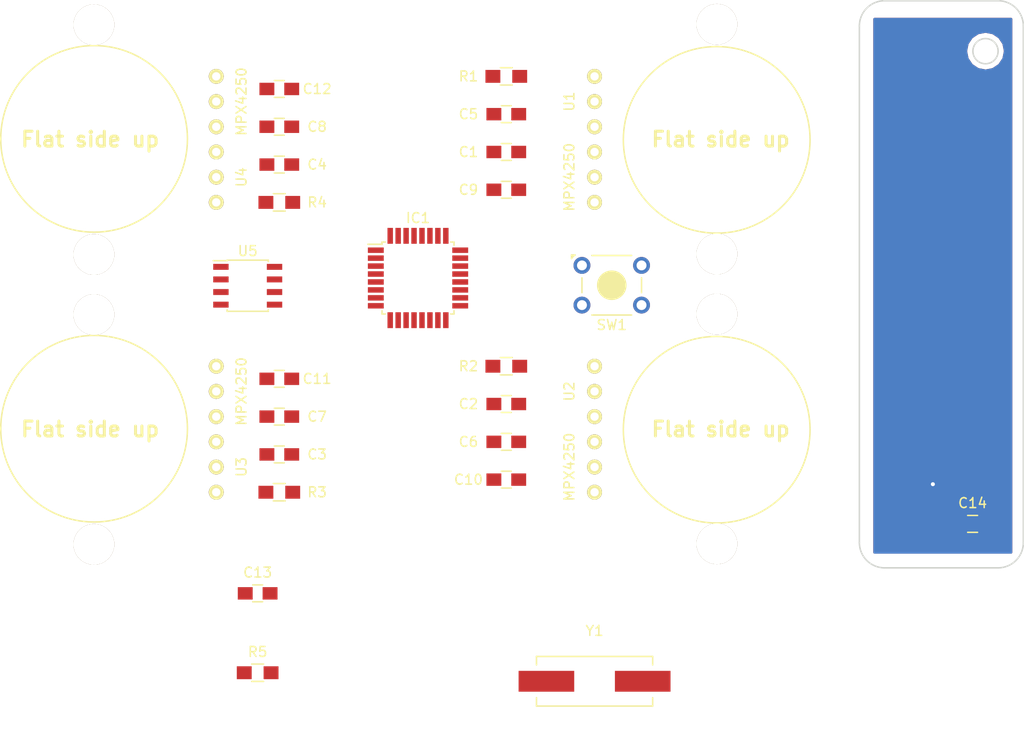
<source format=kicad_pcb>
(kicad_pcb (version 4) (host pcbnew 4.0.5)

  (general
    (links 60)
    (no_connects 60)
    (area 228.524999 81.204999 245.185001 138.505001)
    (thickness 1.6)
    (drawings 13)
    (tracks 1)
    (zones 0)
    (modules 27)
    (nets 35)
  )

  (page A4)
  (layers
    (0 F.Cu signal)
    (31 B.Cu signal)
    (32 B.Adhes user)
    (33 F.Adhes user)
    (34 B.Paste user)
    (35 F.Paste user)
    (36 B.SilkS user)
    (37 F.SilkS user)
    (38 B.Mask user)
    (39 F.Mask user)
    (40 Dwgs.User user)
    (41 Cmts.User user)
    (42 Eco1.User user)
    (43 Eco2.User user)
    (44 Edge.Cuts user)
    (45 Margin user)
    (46 B.CrtYd user)
    (47 F.CrtYd user)
    (48 B.Fab user)
    (49 F.Fab user)
  )

  (setup
    (last_trace_width 0.25)
    (trace_clearance 0.2)
    (zone_clearance 0.508)
    (zone_45_only no)
    (trace_min 0.2)
    (segment_width 0.2)
    (edge_width 0.15)
    (via_size 0.6)
    (via_drill 0.4)
    (via_min_size 0.4)
    (via_min_drill 0.3)
    (uvia_size 0.3)
    (uvia_drill 0.1)
    (uvias_allowed no)
    (uvia_min_size 0.2)
    (uvia_min_drill 0.1)
    (pcb_text_width 0.3)
    (pcb_text_size 1.5 1.5)
    (mod_edge_width 0.15)
    (mod_text_size 1 1)
    (mod_text_width 0.15)
    (pad_size 1.524 1.524)
    (pad_drill 0.762)
    (pad_to_mask_clearance 0.2)
    (aux_axis_origin 0 0)
    (visible_elements FFFEFF7F)
    (pcbplotparams
      (layerselection 0x00030_80000001)
      (usegerberextensions false)
      (excludeedgelayer true)
      (linewidth 0.100000)
      (plotframeref false)
      (viasonmask false)
      (mode 1)
      (useauxorigin false)
      (hpglpennumber 1)
      (hpglpenspeed 20)
      (hpglpendiameter 15)
      (hpglpenoverlay 2)
      (psnegative false)
      (psa4output false)
      (plotreference true)
      (plotvalue true)
      (plotinvisibletext false)
      (padsonsilk false)
      (subtractmaskfromsilk false)
      (outputformat 1)
      (mirror false)
      (drillshape 1)
      (scaleselection 1)
      (outputdirectory ""))
  )

  (net 0 "")
  (net 1 +5V)
  (net 2 GND)
  (net 3 MAP1)
  (net 4 MAP2)
  (net 5 MAP3)
  (net 6 MAP4)
  (net 7 "Net-(IC1-Pad1)")
  (net 8 "Net-(IC1-Pad2)")
  (net 9 "Net-(IC1-Pad9)")
  (net 10 "Net-(IC1-Pad10)")
  (net 11 "Net-(IC1-Pad11)")
  (net 12 "Net-(IC1-Pad12)")
  (net 13 "Net-(IC1-Pad13)")
  (net 14 "Net-(IC1-Pad16)")
  (net 15 "Net-(IC1-Pad18)")
  (net 16 "Net-(IC1-Pad19)")
  (net 17 "Net-(IC1-Pad20)")
  (net 18 "Net-(IC1-Pad22)")
  (net 19 "Net-(IC1-Pad27)")
  (net 20 "Net-(IC1-Pad28)")
  (net 21 "Net-(IC1-Pad29)")
  (net 22 "Net-(IC1-Pad30)")
  (net 23 "Net-(IC1-Pad31)")
  (net 24 "Net-(IC1-Pad32)")
  (net 25 "Net-(R1-Pad2)")
  (net 26 "Net-(R2-Pad2)")
  (net 27 "Net-(R3-Pad2)")
  (net 28 "Net-(R4-Pad2)")
  (net 29 "Net-(C13-Pad2)")
  (net 30 "Net-(C14-Pad2)")
  (net 31 DAC_SS)
  (net 32 DAC_Serial)
  (net 33 SCK)
  (net 34 "Net-(U5-Pad8)")

  (net_class Default "This is the default net class."
    (clearance 0.2)
    (trace_width 0.25)
    (via_dia 0.6)
    (via_drill 0.4)
    (uvia_dia 0.3)
    (uvia_drill 0.1)
    (add_net +5V)
    (add_net DAC_SS)
    (add_net DAC_Serial)
    (add_net GND)
    (add_net MAP1)
    (add_net MAP2)
    (add_net MAP3)
    (add_net MAP4)
    (add_net "Net-(C13-Pad2)")
    (add_net "Net-(C14-Pad2)")
    (add_net "Net-(IC1-Pad1)")
    (add_net "Net-(IC1-Pad10)")
    (add_net "Net-(IC1-Pad11)")
    (add_net "Net-(IC1-Pad12)")
    (add_net "Net-(IC1-Pad13)")
    (add_net "Net-(IC1-Pad16)")
    (add_net "Net-(IC1-Pad18)")
    (add_net "Net-(IC1-Pad19)")
    (add_net "Net-(IC1-Pad2)")
    (add_net "Net-(IC1-Pad20)")
    (add_net "Net-(IC1-Pad22)")
    (add_net "Net-(IC1-Pad27)")
    (add_net "Net-(IC1-Pad28)")
    (add_net "Net-(IC1-Pad29)")
    (add_net "Net-(IC1-Pad30)")
    (add_net "Net-(IC1-Pad31)")
    (add_net "Net-(IC1-Pad32)")
    (add_net "Net-(IC1-Pad9)")
    (add_net "Net-(R1-Pad2)")
    (add_net "Net-(R2-Pad2)")
    (add_net "Net-(R3-Pad2)")
    (add_net "Net-(R4-Pad2)")
    (add_net "Net-(U5-Pad8)")
    (add_net SCK)
  )

  (module Capacitors_SMD:C_0805_HandSoldering (layer F.Cu) (tedit 5A52D5C8) (tstamp 5A5A353F)
    (at 193.04 96.52)
    (descr "Capacitor SMD 0805, hand soldering")
    (tags "capacitor 0805")
    (path /5A52C37B/5A52CB3C)
    (attr smd)
    (fp_text reference C1 (at -3.81 0) (layer F.SilkS)
      (effects (font (size 1 1) (thickness 0.15)))
    )
    (fp_text value C1uF (at 0 2.1) (layer F.Fab)
      (effects (font (size 1 1) (thickness 0.15)))
    )
    (fp_line (start -1 0.625) (end -1 -0.625) (layer F.Fab) (width 0.15))
    (fp_line (start 1 0.625) (end -1 0.625) (layer F.Fab) (width 0.15))
    (fp_line (start 1 -0.625) (end 1 0.625) (layer F.Fab) (width 0.15))
    (fp_line (start -1 -0.625) (end 1 -0.625) (layer F.Fab) (width 0.15))
    (fp_line (start -2.3 -1) (end 2.3 -1) (layer F.CrtYd) (width 0.05))
    (fp_line (start -2.3 1) (end 2.3 1) (layer F.CrtYd) (width 0.05))
    (fp_line (start -2.3 -1) (end -2.3 1) (layer F.CrtYd) (width 0.05))
    (fp_line (start 2.3 -1) (end 2.3 1) (layer F.CrtYd) (width 0.05))
    (fp_line (start 0.5 -0.85) (end -0.5 -0.85) (layer F.SilkS) (width 0.15))
    (fp_line (start -0.5 0.85) (end 0.5 0.85) (layer F.SilkS) (width 0.15))
    (pad 1 smd rect (at -1.25 0) (size 1.5 1.25) (layers F.Cu F.Paste F.Mask)
      (net 1 +5V))
    (pad 2 smd rect (at 1.25 0) (size 1.5 1.25) (layers F.Cu F.Paste F.Mask)
      (net 2 GND))
    (model Capacitors_SMD.3dshapes/C_0805_HandSoldering.wrl
      (at (xyz 0 0 0))
      (scale (xyz 1 1 1))
      (rotate (xyz 0 0 0))
    )
  )

  (module Capacitors_SMD:C_0805_HandSoldering (layer F.Cu) (tedit 5A52D5EE) (tstamp 5A5A354F)
    (at 193.04 121.92)
    (descr "Capacitor SMD 0805, hand soldering")
    (tags "capacitor 0805")
    (path /5A52C37B/5A52CB35)
    (attr smd)
    (fp_text reference C2 (at -3.81 0) (layer F.SilkS)
      (effects (font (size 1 1) (thickness 0.15)))
    )
    (fp_text value C1uF (at 0 2.1) (layer F.Fab)
      (effects (font (size 1 1) (thickness 0.15)))
    )
    (fp_line (start -1 0.625) (end -1 -0.625) (layer F.Fab) (width 0.15))
    (fp_line (start 1 0.625) (end -1 0.625) (layer F.Fab) (width 0.15))
    (fp_line (start 1 -0.625) (end 1 0.625) (layer F.Fab) (width 0.15))
    (fp_line (start -1 -0.625) (end 1 -0.625) (layer F.Fab) (width 0.15))
    (fp_line (start -2.3 -1) (end 2.3 -1) (layer F.CrtYd) (width 0.05))
    (fp_line (start -2.3 1) (end 2.3 1) (layer F.CrtYd) (width 0.05))
    (fp_line (start -2.3 -1) (end -2.3 1) (layer F.CrtYd) (width 0.05))
    (fp_line (start 2.3 -1) (end 2.3 1) (layer F.CrtYd) (width 0.05))
    (fp_line (start 0.5 -0.85) (end -0.5 -0.85) (layer F.SilkS) (width 0.15))
    (fp_line (start -0.5 0.85) (end 0.5 0.85) (layer F.SilkS) (width 0.15))
    (pad 1 smd rect (at -1.25 0) (size 1.5 1.25) (layers F.Cu F.Paste F.Mask)
      (net 1 +5V))
    (pad 2 smd rect (at 1.25 0) (size 1.5 1.25) (layers F.Cu F.Paste F.Mask)
      (net 2 GND))
    (model Capacitors_SMD.3dshapes/C_0805_HandSoldering.wrl
      (at (xyz 0 0 0))
      (scale (xyz 1 1 1))
      (rotate (xyz 0 0 0))
    )
  )

  (module Capacitors_SMD:C_0805_HandSoldering (layer F.Cu) (tedit 5A52D664) (tstamp 5A5A355F)
    (at 170.18 127)
    (descr "Capacitor SMD 0805, hand soldering")
    (tags "capacitor 0805")
    (path /5A52C37B/5A52CB43)
    (attr smd)
    (fp_text reference C3 (at 3.81 0) (layer F.SilkS)
      (effects (font (size 1 1) (thickness 0.15)))
    )
    (fp_text value C1uF (at 0 2.1) (layer F.Fab)
      (effects (font (size 1 1) (thickness 0.15)))
    )
    (fp_line (start -1 0.625) (end -1 -0.625) (layer F.Fab) (width 0.15))
    (fp_line (start 1 0.625) (end -1 0.625) (layer F.Fab) (width 0.15))
    (fp_line (start 1 -0.625) (end 1 0.625) (layer F.Fab) (width 0.15))
    (fp_line (start -1 -0.625) (end 1 -0.625) (layer F.Fab) (width 0.15))
    (fp_line (start -2.3 -1) (end 2.3 -1) (layer F.CrtYd) (width 0.05))
    (fp_line (start -2.3 1) (end 2.3 1) (layer F.CrtYd) (width 0.05))
    (fp_line (start -2.3 -1) (end -2.3 1) (layer F.CrtYd) (width 0.05))
    (fp_line (start 2.3 -1) (end 2.3 1) (layer F.CrtYd) (width 0.05))
    (fp_line (start 0.5 -0.85) (end -0.5 -0.85) (layer F.SilkS) (width 0.15))
    (fp_line (start -0.5 0.85) (end 0.5 0.85) (layer F.SilkS) (width 0.15))
    (pad 1 smd rect (at -1.25 0) (size 1.5 1.25) (layers F.Cu F.Paste F.Mask)
      (net 1 +5V))
    (pad 2 smd rect (at 1.25 0) (size 1.5 1.25) (layers F.Cu F.Paste F.Mask)
      (net 2 GND))
    (model Capacitors_SMD.3dshapes/C_0805_HandSoldering.wrl
      (at (xyz 0 0 0))
      (scale (xyz 1 1 1))
      (rotate (xyz 0 0 0))
    )
  )

  (module Capacitors_SMD:C_0805_HandSoldering (layer F.Cu) (tedit 5A52D6B3) (tstamp 5A5A356F)
    (at 170.18 97.79)
    (descr "Capacitor SMD 0805, hand soldering")
    (tags "capacitor 0805")
    (path /5A52C37B/5A52CB4A)
    (attr smd)
    (fp_text reference C4 (at 3.81 0) (layer F.SilkS)
      (effects (font (size 1 1) (thickness 0.15)))
    )
    (fp_text value C1uF (at 0 2.1) (layer F.Fab)
      (effects (font (size 1 1) (thickness 0.15)))
    )
    (fp_line (start -1 0.625) (end -1 -0.625) (layer F.Fab) (width 0.15))
    (fp_line (start 1 0.625) (end -1 0.625) (layer F.Fab) (width 0.15))
    (fp_line (start 1 -0.625) (end 1 0.625) (layer F.Fab) (width 0.15))
    (fp_line (start -1 -0.625) (end 1 -0.625) (layer F.Fab) (width 0.15))
    (fp_line (start -2.3 -1) (end 2.3 -1) (layer F.CrtYd) (width 0.05))
    (fp_line (start -2.3 1) (end 2.3 1) (layer F.CrtYd) (width 0.05))
    (fp_line (start -2.3 -1) (end -2.3 1) (layer F.CrtYd) (width 0.05))
    (fp_line (start 2.3 -1) (end 2.3 1) (layer F.CrtYd) (width 0.05))
    (fp_line (start 0.5 -0.85) (end -0.5 -0.85) (layer F.SilkS) (width 0.15))
    (fp_line (start -0.5 0.85) (end 0.5 0.85) (layer F.SilkS) (width 0.15))
    (pad 1 smd rect (at -1.25 0) (size 1.5 1.25) (layers F.Cu F.Paste F.Mask)
      (net 1 +5V))
    (pad 2 smd rect (at 1.25 0) (size 1.5 1.25) (layers F.Cu F.Paste F.Mask)
      (net 2 GND))
    (model Capacitors_SMD.3dshapes/C_0805_HandSoldering.wrl
      (at (xyz 0 0 0))
      (scale (xyz 1 1 1))
      (rotate (xyz 0 0 0))
    )
  )

  (module Capacitors_SMD:C_0805_HandSoldering (layer F.Cu) (tedit 5A52D5BF) (tstamp 5A5A357F)
    (at 193.04 92.71)
    (descr "Capacitor SMD 0805, hand soldering")
    (tags "capacitor 0805")
    (path /5A52C37B/5A52CB3D)
    (attr smd)
    (fp_text reference C5 (at -3.81 0) (layer F.SilkS)
      (effects (font (size 1 1) (thickness 0.15)))
    )
    (fp_text value C0.01uF (at 0 2.1) (layer F.Fab)
      (effects (font (size 1 1) (thickness 0.15)))
    )
    (fp_line (start -1 0.625) (end -1 -0.625) (layer F.Fab) (width 0.15))
    (fp_line (start 1 0.625) (end -1 0.625) (layer F.Fab) (width 0.15))
    (fp_line (start 1 -0.625) (end 1 0.625) (layer F.Fab) (width 0.15))
    (fp_line (start -1 -0.625) (end 1 -0.625) (layer F.Fab) (width 0.15))
    (fp_line (start -2.3 -1) (end 2.3 -1) (layer F.CrtYd) (width 0.05))
    (fp_line (start -2.3 1) (end 2.3 1) (layer F.CrtYd) (width 0.05))
    (fp_line (start -2.3 -1) (end -2.3 1) (layer F.CrtYd) (width 0.05))
    (fp_line (start 2.3 -1) (end 2.3 1) (layer F.CrtYd) (width 0.05))
    (fp_line (start 0.5 -0.85) (end -0.5 -0.85) (layer F.SilkS) (width 0.15))
    (fp_line (start -0.5 0.85) (end 0.5 0.85) (layer F.SilkS) (width 0.15))
    (pad 1 smd rect (at -1.25 0) (size 1.5 1.25) (layers F.Cu F.Paste F.Mask)
      (net 1 +5V))
    (pad 2 smd rect (at 1.25 0) (size 1.5 1.25) (layers F.Cu F.Paste F.Mask)
      (net 2 GND))
    (model Capacitors_SMD.3dshapes/C_0805_HandSoldering.wrl
      (at (xyz 0 0 0))
      (scale (xyz 1 1 1))
      (rotate (xyz 0 0 0))
    )
  )

  (module Capacitors_SMD:C_0805_HandSoldering (layer F.Cu) (tedit 5A52D601) (tstamp 5A5A358F)
    (at 193.04 125.73)
    (descr "Capacitor SMD 0805, hand soldering")
    (tags "capacitor 0805")
    (path /5A52C37B/5A52CB36)
    (attr smd)
    (fp_text reference C6 (at -3.81 0) (layer F.SilkS)
      (effects (font (size 1 1) (thickness 0.15)))
    )
    (fp_text value C0.01uF (at 0 2.1) (layer F.Fab)
      (effects (font (size 1 1) (thickness 0.15)))
    )
    (fp_line (start -1 0.625) (end -1 -0.625) (layer F.Fab) (width 0.15))
    (fp_line (start 1 0.625) (end -1 0.625) (layer F.Fab) (width 0.15))
    (fp_line (start 1 -0.625) (end 1 0.625) (layer F.Fab) (width 0.15))
    (fp_line (start -1 -0.625) (end 1 -0.625) (layer F.Fab) (width 0.15))
    (fp_line (start -2.3 -1) (end 2.3 -1) (layer F.CrtYd) (width 0.05))
    (fp_line (start -2.3 1) (end 2.3 1) (layer F.CrtYd) (width 0.05))
    (fp_line (start -2.3 -1) (end -2.3 1) (layer F.CrtYd) (width 0.05))
    (fp_line (start 2.3 -1) (end 2.3 1) (layer F.CrtYd) (width 0.05))
    (fp_line (start 0.5 -0.85) (end -0.5 -0.85) (layer F.SilkS) (width 0.15))
    (fp_line (start -0.5 0.85) (end 0.5 0.85) (layer F.SilkS) (width 0.15))
    (pad 1 smd rect (at -1.25 0) (size 1.5 1.25) (layers F.Cu F.Paste F.Mask)
      (net 1 +5V))
    (pad 2 smd rect (at 1.25 0) (size 1.5 1.25) (layers F.Cu F.Paste F.Mask)
      (net 2 GND))
    (model Capacitors_SMD.3dshapes/C_0805_HandSoldering.wrl
      (at (xyz 0 0 0))
      (scale (xyz 1 1 1))
      (rotate (xyz 0 0 0))
    )
  )

  (module Capacitors_SMD:C_0805_HandSoldering (layer F.Cu) (tedit 5A52D675) (tstamp 5A5A359F)
    (at 170.18 123.19)
    (descr "Capacitor SMD 0805, hand soldering")
    (tags "capacitor 0805")
    (path /5A52C37B/5A52CB44)
    (attr smd)
    (fp_text reference C7 (at 3.81 0) (layer F.SilkS)
      (effects (font (size 1 1) (thickness 0.15)))
    )
    (fp_text value C0.01uF (at 0 2.1) (layer F.Fab)
      (effects (font (size 1 1) (thickness 0.15)))
    )
    (fp_line (start -1 0.625) (end -1 -0.625) (layer F.Fab) (width 0.15))
    (fp_line (start 1 0.625) (end -1 0.625) (layer F.Fab) (width 0.15))
    (fp_line (start 1 -0.625) (end 1 0.625) (layer F.Fab) (width 0.15))
    (fp_line (start -1 -0.625) (end 1 -0.625) (layer F.Fab) (width 0.15))
    (fp_line (start -2.3 -1) (end 2.3 -1) (layer F.CrtYd) (width 0.05))
    (fp_line (start -2.3 1) (end 2.3 1) (layer F.CrtYd) (width 0.05))
    (fp_line (start -2.3 -1) (end -2.3 1) (layer F.CrtYd) (width 0.05))
    (fp_line (start 2.3 -1) (end 2.3 1) (layer F.CrtYd) (width 0.05))
    (fp_line (start 0.5 -0.85) (end -0.5 -0.85) (layer F.SilkS) (width 0.15))
    (fp_line (start -0.5 0.85) (end 0.5 0.85) (layer F.SilkS) (width 0.15))
    (pad 1 smd rect (at -1.25 0) (size 1.5 1.25) (layers F.Cu F.Paste F.Mask)
      (net 1 +5V))
    (pad 2 smd rect (at 1.25 0) (size 1.5 1.25) (layers F.Cu F.Paste F.Mask)
      (net 2 GND))
    (model Capacitors_SMD.3dshapes/C_0805_HandSoldering.wrl
      (at (xyz 0 0 0))
      (scale (xyz 1 1 1))
      (rotate (xyz 0 0 0))
    )
  )

  (module Capacitors_SMD:C_0805_HandSoldering (layer F.Cu) (tedit 5A52D6BE) (tstamp 5A5A35AF)
    (at 170.18 93.98)
    (descr "Capacitor SMD 0805, hand soldering")
    (tags "capacitor 0805")
    (path /5A52C37B/5A52CB4B)
    (attr smd)
    (fp_text reference C8 (at 3.81 0) (layer F.SilkS)
      (effects (font (size 1 1) (thickness 0.15)))
    )
    (fp_text value C0.01uF (at 0 2.1) (layer F.Fab)
      (effects (font (size 1 1) (thickness 0.15)))
    )
    (fp_line (start -1 0.625) (end -1 -0.625) (layer F.Fab) (width 0.15))
    (fp_line (start 1 0.625) (end -1 0.625) (layer F.Fab) (width 0.15))
    (fp_line (start 1 -0.625) (end 1 0.625) (layer F.Fab) (width 0.15))
    (fp_line (start -1 -0.625) (end 1 -0.625) (layer F.Fab) (width 0.15))
    (fp_line (start -2.3 -1) (end 2.3 -1) (layer F.CrtYd) (width 0.05))
    (fp_line (start -2.3 1) (end 2.3 1) (layer F.CrtYd) (width 0.05))
    (fp_line (start -2.3 -1) (end -2.3 1) (layer F.CrtYd) (width 0.05))
    (fp_line (start 2.3 -1) (end 2.3 1) (layer F.CrtYd) (width 0.05))
    (fp_line (start 0.5 -0.85) (end -0.5 -0.85) (layer F.SilkS) (width 0.15))
    (fp_line (start -0.5 0.85) (end 0.5 0.85) (layer F.SilkS) (width 0.15))
    (pad 1 smd rect (at -1.25 0) (size 1.5 1.25) (layers F.Cu F.Paste F.Mask)
      (net 1 +5V))
    (pad 2 smd rect (at 1.25 0) (size 1.5 1.25) (layers F.Cu F.Paste F.Mask)
      (net 2 GND))
    (model Capacitors_SMD.3dshapes/C_0805_HandSoldering.wrl
      (at (xyz 0 0 0))
      (scale (xyz 1 1 1))
      (rotate (xyz 0 0 0))
    )
  )

  (module Capacitors_SMD:C_0805_HandSoldering (layer F.Cu) (tedit 5A52D5CF) (tstamp 5A5A35BF)
    (at 193.04 100.33)
    (descr "Capacitor SMD 0805, hand soldering")
    (tags "capacitor 0805")
    (path /5A52C37B/5A52CB3A)
    (attr smd)
    (fp_text reference C9 (at -3.81 0) (layer F.SilkS)
      (effects (font (size 1 1) (thickness 0.15)))
    )
    (fp_text value C0.3uF (at 0 2.1) (layer F.Fab)
      (effects (font (size 1 1) (thickness 0.15)))
    )
    (fp_line (start -1 0.625) (end -1 -0.625) (layer F.Fab) (width 0.15))
    (fp_line (start 1 0.625) (end -1 0.625) (layer F.Fab) (width 0.15))
    (fp_line (start 1 -0.625) (end 1 0.625) (layer F.Fab) (width 0.15))
    (fp_line (start -1 -0.625) (end 1 -0.625) (layer F.Fab) (width 0.15))
    (fp_line (start -2.3 -1) (end 2.3 -1) (layer F.CrtYd) (width 0.05))
    (fp_line (start -2.3 1) (end 2.3 1) (layer F.CrtYd) (width 0.05))
    (fp_line (start -2.3 -1) (end -2.3 1) (layer F.CrtYd) (width 0.05))
    (fp_line (start 2.3 -1) (end 2.3 1) (layer F.CrtYd) (width 0.05))
    (fp_line (start 0.5 -0.85) (end -0.5 -0.85) (layer F.SilkS) (width 0.15))
    (fp_line (start -0.5 0.85) (end 0.5 0.85) (layer F.SilkS) (width 0.15))
    (pad 1 smd rect (at -1.25 0) (size 1.5 1.25) (layers F.Cu F.Paste F.Mask)
      (net 3 MAP1))
    (pad 2 smd rect (at 1.25 0) (size 1.5 1.25) (layers F.Cu F.Paste F.Mask)
      (net 2 GND))
    (model Capacitors_SMD.3dshapes/C_0805_HandSoldering.wrl
      (at (xyz 0 0 0))
      (scale (xyz 1 1 1))
      (rotate (xyz 0 0 0))
    )
  )

  (module Capacitors_SMD:C_0805_HandSoldering (layer F.Cu) (tedit 5A52D608) (tstamp 5A5A35CF)
    (at 193.04 129.54)
    (descr "Capacitor SMD 0805, hand soldering")
    (tags "capacitor 0805")
    (path /5A52C37B/5A52CB33)
    (attr smd)
    (fp_text reference C10 (at -3.81 0) (layer F.SilkS)
      (effects (font (size 1 1) (thickness 0.15)))
    )
    (fp_text value C0.3uF (at 0 2.1) (layer F.Fab)
      (effects (font (size 1 1) (thickness 0.15)))
    )
    (fp_line (start -1 0.625) (end -1 -0.625) (layer F.Fab) (width 0.15))
    (fp_line (start 1 0.625) (end -1 0.625) (layer F.Fab) (width 0.15))
    (fp_line (start 1 -0.625) (end 1 0.625) (layer F.Fab) (width 0.15))
    (fp_line (start -1 -0.625) (end 1 -0.625) (layer F.Fab) (width 0.15))
    (fp_line (start -2.3 -1) (end 2.3 -1) (layer F.CrtYd) (width 0.05))
    (fp_line (start -2.3 1) (end 2.3 1) (layer F.CrtYd) (width 0.05))
    (fp_line (start -2.3 -1) (end -2.3 1) (layer F.CrtYd) (width 0.05))
    (fp_line (start 2.3 -1) (end 2.3 1) (layer F.CrtYd) (width 0.05))
    (fp_line (start 0.5 -0.85) (end -0.5 -0.85) (layer F.SilkS) (width 0.15))
    (fp_line (start -0.5 0.85) (end 0.5 0.85) (layer F.SilkS) (width 0.15))
    (pad 1 smd rect (at -1.25 0) (size 1.5 1.25) (layers F.Cu F.Paste F.Mask)
      (net 4 MAP2))
    (pad 2 smd rect (at 1.25 0) (size 1.5 1.25) (layers F.Cu F.Paste F.Mask)
      (net 2 GND))
    (model Capacitors_SMD.3dshapes/C_0805_HandSoldering.wrl
      (at (xyz 0 0 0))
      (scale (xyz 1 1 1))
      (rotate (xyz 0 0 0))
    )
  )

  (module Capacitors_SMD:C_0805_HandSoldering (layer F.Cu) (tedit 5A52D657) (tstamp 5A5A35DF)
    (at 170.18 119.38)
    (descr "Capacitor SMD 0805, hand soldering")
    (tags "capacitor 0805")
    (path /5A52C37B/5A52CB41)
    (attr smd)
    (fp_text reference C11 (at 3.81 0) (layer F.SilkS)
      (effects (font (size 1 1) (thickness 0.15)))
    )
    (fp_text value C0.3uF (at 0 2.1) (layer F.Fab)
      (effects (font (size 1 1) (thickness 0.15)))
    )
    (fp_line (start -1 0.625) (end -1 -0.625) (layer F.Fab) (width 0.15))
    (fp_line (start 1 0.625) (end -1 0.625) (layer F.Fab) (width 0.15))
    (fp_line (start 1 -0.625) (end 1 0.625) (layer F.Fab) (width 0.15))
    (fp_line (start -1 -0.625) (end 1 -0.625) (layer F.Fab) (width 0.15))
    (fp_line (start -2.3 -1) (end 2.3 -1) (layer F.CrtYd) (width 0.05))
    (fp_line (start -2.3 1) (end 2.3 1) (layer F.CrtYd) (width 0.05))
    (fp_line (start -2.3 -1) (end -2.3 1) (layer F.CrtYd) (width 0.05))
    (fp_line (start 2.3 -1) (end 2.3 1) (layer F.CrtYd) (width 0.05))
    (fp_line (start 0.5 -0.85) (end -0.5 -0.85) (layer F.SilkS) (width 0.15))
    (fp_line (start -0.5 0.85) (end 0.5 0.85) (layer F.SilkS) (width 0.15))
    (pad 1 smd rect (at -1.25 0) (size 1.5 1.25) (layers F.Cu F.Paste F.Mask)
      (net 5 MAP3))
    (pad 2 smd rect (at 1.25 0) (size 1.5 1.25) (layers F.Cu F.Paste F.Mask)
      (net 2 GND))
    (model Capacitors_SMD.3dshapes/C_0805_HandSoldering.wrl
      (at (xyz 0 0 0))
      (scale (xyz 1 1 1))
      (rotate (xyz 0 0 0))
    )
  )

  (module Capacitors_SMD:C_0805_HandSoldering (layer F.Cu) (tedit 5A52D6C4) (tstamp 5A5A35EF)
    (at 170.18 90.17)
    (descr "Capacitor SMD 0805, hand soldering")
    (tags "capacitor 0805")
    (path /5A52C37B/5A52CB48)
    (attr smd)
    (fp_text reference C12 (at 3.81 0) (layer F.SilkS)
      (effects (font (size 1 1) (thickness 0.15)))
    )
    (fp_text value C0.3uF (at 0 2.1) (layer F.Fab)
      (effects (font (size 1 1) (thickness 0.15)))
    )
    (fp_line (start -1 0.625) (end -1 -0.625) (layer F.Fab) (width 0.15))
    (fp_line (start 1 0.625) (end -1 0.625) (layer F.Fab) (width 0.15))
    (fp_line (start 1 -0.625) (end 1 0.625) (layer F.Fab) (width 0.15))
    (fp_line (start -1 -0.625) (end 1 -0.625) (layer F.Fab) (width 0.15))
    (fp_line (start -2.3 -1) (end 2.3 -1) (layer F.CrtYd) (width 0.05))
    (fp_line (start -2.3 1) (end 2.3 1) (layer F.CrtYd) (width 0.05))
    (fp_line (start -2.3 -1) (end -2.3 1) (layer F.CrtYd) (width 0.05))
    (fp_line (start 2.3 -1) (end 2.3 1) (layer F.CrtYd) (width 0.05))
    (fp_line (start 0.5 -0.85) (end -0.5 -0.85) (layer F.SilkS) (width 0.15))
    (fp_line (start -0.5 0.85) (end 0.5 0.85) (layer F.SilkS) (width 0.15))
    (pad 1 smd rect (at -1.25 0) (size 1.5 1.25) (layers F.Cu F.Paste F.Mask)
      (net 6 MAP4))
    (pad 2 smd rect (at 1.25 0) (size 1.5 1.25) (layers F.Cu F.Paste F.Mask)
      (net 2 GND))
    (model Capacitors_SMD.3dshapes/C_0805_HandSoldering.wrl
      (at (xyz 0 0 0))
      (scale (xyz 1 1 1))
      (rotate (xyz 0 0 0))
    )
  )

  (module Housings_QFP:TQFP-32_7x7mm_Pitch0.8mm (layer F.Cu) (tedit 54130A77) (tstamp 5A5A3626)
    (at 184.15 109.22)
    (descr "32-Lead Plastic Thin Quad Flatpack (PT) - 7x7x1.0 mm Body, 2.00 mm [TQFP] (see Microchip Packaging Specification 00000049BS.pdf)")
    (tags "QFP 0.8")
    (path /5A51EF33)
    (attr smd)
    (fp_text reference IC1 (at 0 -6.05) (layer F.SilkS)
      (effects (font (size 1 1) (thickness 0.15)))
    )
    (fp_text value ATMEGA328-A (at 0 6.05) (layer F.Fab)
      (effects (font (size 1 1) (thickness 0.15)))
    )
    (fp_text user %R (at 0 0) (layer F.Fab)
      (effects (font (size 1 1) (thickness 0.15)))
    )
    (fp_line (start -2.5 -3.5) (end 3.5 -3.5) (layer F.Fab) (width 0.15))
    (fp_line (start 3.5 -3.5) (end 3.5 3.5) (layer F.Fab) (width 0.15))
    (fp_line (start 3.5 3.5) (end -3.5 3.5) (layer F.Fab) (width 0.15))
    (fp_line (start -3.5 3.5) (end -3.5 -2.5) (layer F.Fab) (width 0.15))
    (fp_line (start -3.5 -2.5) (end -2.5 -3.5) (layer F.Fab) (width 0.15))
    (fp_line (start -5.3 -5.3) (end -5.3 5.3) (layer F.CrtYd) (width 0.05))
    (fp_line (start 5.3 -5.3) (end 5.3 5.3) (layer F.CrtYd) (width 0.05))
    (fp_line (start -5.3 -5.3) (end 5.3 -5.3) (layer F.CrtYd) (width 0.05))
    (fp_line (start -5.3 5.3) (end 5.3 5.3) (layer F.CrtYd) (width 0.05))
    (fp_line (start -3.625 -3.625) (end -3.625 -3.4) (layer F.SilkS) (width 0.15))
    (fp_line (start 3.625 -3.625) (end 3.625 -3.3) (layer F.SilkS) (width 0.15))
    (fp_line (start 3.625 3.625) (end 3.625 3.3) (layer F.SilkS) (width 0.15))
    (fp_line (start -3.625 3.625) (end -3.625 3.3) (layer F.SilkS) (width 0.15))
    (fp_line (start -3.625 -3.625) (end -3.3 -3.625) (layer F.SilkS) (width 0.15))
    (fp_line (start -3.625 3.625) (end -3.3 3.625) (layer F.SilkS) (width 0.15))
    (fp_line (start 3.625 3.625) (end 3.3 3.625) (layer F.SilkS) (width 0.15))
    (fp_line (start 3.625 -3.625) (end 3.3 -3.625) (layer F.SilkS) (width 0.15))
    (fp_line (start -3.625 -3.4) (end -5.05 -3.4) (layer F.SilkS) (width 0.15))
    (pad 1 smd rect (at -4.25 -2.8) (size 1.6 0.55) (layers F.Cu F.Paste F.Mask)
      (net 7 "Net-(IC1-Pad1)"))
    (pad 2 smd rect (at -4.25 -2) (size 1.6 0.55) (layers F.Cu F.Paste F.Mask)
      (net 8 "Net-(IC1-Pad2)"))
    (pad 3 smd rect (at -4.25 -1.2) (size 1.6 0.55) (layers F.Cu F.Paste F.Mask)
      (net 2 GND))
    (pad 4 smd rect (at -4.25 -0.4) (size 1.6 0.55) (layers F.Cu F.Paste F.Mask)
      (net 1 +5V))
    (pad 5 smd rect (at -4.25 0.4) (size 1.6 0.55) (layers F.Cu F.Paste F.Mask)
      (net 2 GND))
    (pad 6 smd rect (at -4.25 1.2) (size 1.6 0.55) (layers F.Cu F.Paste F.Mask)
      (net 1 +5V))
    (pad 7 smd rect (at -4.25 2) (size 1.6 0.55) (layers F.Cu F.Paste F.Mask)
      (net 29 "Net-(C13-Pad2)"))
    (pad 8 smd rect (at -4.25 2.8) (size 1.6 0.55) (layers F.Cu F.Paste F.Mask)
      (net 30 "Net-(C14-Pad2)"))
    (pad 9 smd rect (at -2.8 4.25 90) (size 1.6 0.55) (layers F.Cu F.Paste F.Mask)
      (net 9 "Net-(IC1-Pad9)"))
    (pad 10 smd rect (at -2 4.25 90) (size 1.6 0.55) (layers F.Cu F.Paste F.Mask)
      (net 10 "Net-(IC1-Pad10)"))
    (pad 11 smd rect (at -1.2 4.25 90) (size 1.6 0.55) (layers F.Cu F.Paste F.Mask)
      (net 11 "Net-(IC1-Pad11)"))
    (pad 12 smd rect (at -0.4 4.25 90) (size 1.6 0.55) (layers F.Cu F.Paste F.Mask)
      (net 12 "Net-(IC1-Pad12)"))
    (pad 13 smd rect (at 0.4 4.25 90) (size 1.6 0.55) (layers F.Cu F.Paste F.Mask)
      (net 13 "Net-(IC1-Pad13)"))
    (pad 14 smd rect (at 1.2 4.25 90) (size 1.6 0.55) (layers F.Cu F.Paste F.Mask)
      (net 31 DAC_SS))
    (pad 15 smd rect (at 2 4.25 90) (size 1.6 0.55) (layers F.Cu F.Paste F.Mask)
      (net 32 DAC_Serial))
    (pad 16 smd rect (at 2.8 4.25 90) (size 1.6 0.55) (layers F.Cu F.Paste F.Mask)
      (net 14 "Net-(IC1-Pad16)"))
    (pad 17 smd rect (at 4.25 2.8) (size 1.6 0.55) (layers F.Cu F.Paste F.Mask)
      (net 33 SCK))
    (pad 18 smd rect (at 4.25 2) (size 1.6 0.55) (layers F.Cu F.Paste F.Mask)
      (net 15 "Net-(IC1-Pad18)"))
    (pad 19 smd rect (at 4.25 1.2) (size 1.6 0.55) (layers F.Cu F.Paste F.Mask)
      (net 16 "Net-(IC1-Pad19)"))
    (pad 20 smd rect (at 4.25 0.4) (size 1.6 0.55) (layers F.Cu F.Paste F.Mask)
      (net 17 "Net-(IC1-Pad20)"))
    (pad 21 smd rect (at 4.25 -0.4) (size 1.6 0.55) (layers F.Cu F.Paste F.Mask)
      (net 2 GND))
    (pad 22 smd rect (at 4.25 -1.2) (size 1.6 0.55) (layers F.Cu F.Paste F.Mask)
      (net 18 "Net-(IC1-Pad22)"))
    (pad 23 smd rect (at 4.25 -2) (size 1.6 0.55) (layers F.Cu F.Paste F.Mask)
      (net 3 MAP1))
    (pad 24 smd rect (at 4.25 -2.8) (size 1.6 0.55) (layers F.Cu F.Paste F.Mask)
      (net 4 MAP2))
    (pad 25 smd rect (at 2.8 -4.25 90) (size 1.6 0.55) (layers F.Cu F.Paste F.Mask)
      (net 5 MAP3))
    (pad 26 smd rect (at 2 -4.25 90) (size 1.6 0.55) (layers F.Cu F.Paste F.Mask)
      (net 6 MAP4))
    (pad 27 smd rect (at 1.2 -4.25 90) (size 1.6 0.55) (layers F.Cu F.Paste F.Mask)
      (net 19 "Net-(IC1-Pad27)"))
    (pad 28 smd rect (at 0.4 -4.25 90) (size 1.6 0.55) (layers F.Cu F.Paste F.Mask)
      (net 20 "Net-(IC1-Pad28)"))
    (pad 29 smd rect (at -0.4 -4.25 90) (size 1.6 0.55) (layers F.Cu F.Paste F.Mask)
      (net 21 "Net-(IC1-Pad29)"))
    (pad 30 smd rect (at -1.2 -4.25 90) (size 1.6 0.55) (layers F.Cu F.Paste F.Mask)
      (net 22 "Net-(IC1-Pad30)"))
    (pad 31 smd rect (at -2 -4.25 90) (size 1.6 0.55) (layers F.Cu F.Paste F.Mask)
      (net 23 "Net-(IC1-Pad31)"))
    (pad 32 smd rect (at -2.8 -4.25 90) (size 1.6 0.55) (layers F.Cu F.Paste F.Mask)
      (net 24 "Net-(IC1-Pad32)"))
    (model Housings_QFP.3dshapes/TQFP-32_7x7mm_Pitch0.8mm.wrl
      (at (xyz 0 0 0))
      (scale (xyz 1 1 1))
      (rotate (xyz 0 0 0))
    )
  )

  (module Resistors_SMD:R_0805_HandSoldering (layer F.Cu) (tedit 5A52D5BC) (tstamp 5A5A3636)
    (at 193.04 88.9)
    (descr "Resistor SMD 0805, hand soldering")
    (tags "resistor 0805")
    (path /5A52C37B/5A52CB38)
    (attr smd)
    (fp_text reference R1 (at -3.81 0) (layer F.SilkS)
      (effects (font (size 1 1) (thickness 0.15)))
    )
    (fp_text value R750 (at 0 2.1) (layer F.Fab)
      (effects (font (size 1 1) (thickness 0.15)))
    )
    (fp_line (start -1 0.625) (end -1 -0.625) (layer F.Fab) (width 0.1))
    (fp_line (start 1 0.625) (end -1 0.625) (layer F.Fab) (width 0.1))
    (fp_line (start 1 -0.625) (end 1 0.625) (layer F.Fab) (width 0.1))
    (fp_line (start -1 -0.625) (end 1 -0.625) (layer F.Fab) (width 0.1))
    (fp_line (start -2.4 -1) (end 2.4 -1) (layer F.CrtYd) (width 0.05))
    (fp_line (start -2.4 1) (end 2.4 1) (layer F.CrtYd) (width 0.05))
    (fp_line (start -2.4 -1) (end -2.4 1) (layer F.CrtYd) (width 0.05))
    (fp_line (start 2.4 -1) (end 2.4 1) (layer F.CrtYd) (width 0.05))
    (fp_line (start 0.6 0.875) (end -0.6 0.875) (layer F.SilkS) (width 0.15))
    (fp_line (start -0.6 -0.875) (end 0.6 -0.875) (layer F.SilkS) (width 0.15))
    (pad 1 smd rect (at -1.35 0) (size 1.5 1.3) (layers F.Cu F.Paste F.Mask)
      (net 3 MAP1))
    (pad 2 smd rect (at 1.35 0) (size 1.5 1.3) (layers F.Cu F.Paste F.Mask)
      (net 25 "Net-(R1-Pad2)"))
    (model Resistors_SMD.3dshapes/R_0805_HandSoldering.wrl
      (at (xyz 0 0 0))
      (scale (xyz 1 1 1))
      (rotate (xyz 0 0 0))
    )
  )

  (module Resistors_SMD:R_0805_HandSoldering (layer F.Cu) (tedit 5A52D5F0) (tstamp 5A5A3646)
    (at 193.04 118.11)
    (descr "Resistor SMD 0805, hand soldering")
    (tags "resistor 0805")
    (path /5A52C37B/5A52CB31)
    (attr smd)
    (fp_text reference R2 (at -3.81 0) (layer F.SilkS)
      (effects (font (size 1 1) (thickness 0.15)))
    )
    (fp_text value R750 (at 0 2.1) (layer F.Fab)
      (effects (font (size 1 1) (thickness 0.15)))
    )
    (fp_line (start -1 0.625) (end -1 -0.625) (layer F.Fab) (width 0.1))
    (fp_line (start 1 0.625) (end -1 0.625) (layer F.Fab) (width 0.1))
    (fp_line (start 1 -0.625) (end 1 0.625) (layer F.Fab) (width 0.1))
    (fp_line (start -1 -0.625) (end 1 -0.625) (layer F.Fab) (width 0.1))
    (fp_line (start -2.4 -1) (end 2.4 -1) (layer F.CrtYd) (width 0.05))
    (fp_line (start -2.4 1) (end 2.4 1) (layer F.CrtYd) (width 0.05))
    (fp_line (start -2.4 -1) (end -2.4 1) (layer F.CrtYd) (width 0.05))
    (fp_line (start 2.4 -1) (end 2.4 1) (layer F.CrtYd) (width 0.05))
    (fp_line (start 0.6 0.875) (end -0.6 0.875) (layer F.SilkS) (width 0.15))
    (fp_line (start -0.6 -0.875) (end 0.6 -0.875) (layer F.SilkS) (width 0.15))
    (pad 1 smd rect (at -1.35 0) (size 1.5 1.3) (layers F.Cu F.Paste F.Mask)
      (net 4 MAP2))
    (pad 2 smd rect (at 1.35 0) (size 1.5 1.3) (layers F.Cu F.Paste F.Mask)
      (net 26 "Net-(R2-Pad2)"))
    (model Resistors_SMD.3dshapes/R_0805_HandSoldering.wrl
      (at (xyz 0 0 0))
      (scale (xyz 1 1 1))
      (rotate (xyz 0 0 0))
    )
  )

  (module Resistors_SMD:R_0805_HandSoldering (layer F.Cu) (tedit 5A52D65B) (tstamp 5A5A3656)
    (at 170.18 130.81)
    (descr "Resistor SMD 0805, hand soldering")
    (tags "resistor 0805")
    (path /5A52C37B/5A52CB3F)
    (attr smd)
    (fp_text reference R3 (at 3.81 0) (layer F.SilkS)
      (effects (font (size 1 1) (thickness 0.15)))
    )
    (fp_text value R750 (at 0 2.1) (layer F.Fab)
      (effects (font (size 1 1) (thickness 0.15)))
    )
    (fp_line (start -1 0.625) (end -1 -0.625) (layer F.Fab) (width 0.1))
    (fp_line (start 1 0.625) (end -1 0.625) (layer F.Fab) (width 0.1))
    (fp_line (start 1 -0.625) (end 1 0.625) (layer F.Fab) (width 0.1))
    (fp_line (start -1 -0.625) (end 1 -0.625) (layer F.Fab) (width 0.1))
    (fp_line (start -2.4 -1) (end 2.4 -1) (layer F.CrtYd) (width 0.05))
    (fp_line (start -2.4 1) (end 2.4 1) (layer F.CrtYd) (width 0.05))
    (fp_line (start -2.4 -1) (end -2.4 1) (layer F.CrtYd) (width 0.05))
    (fp_line (start 2.4 -1) (end 2.4 1) (layer F.CrtYd) (width 0.05))
    (fp_line (start 0.6 0.875) (end -0.6 0.875) (layer F.SilkS) (width 0.15))
    (fp_line (start -0.6 -0.875) (end 0.6 -0.875) (layer F.SilkS) (width 0.15))
    (pad 1 smd rect (at -1.35 0) (size 1.5 1.3) (layers F.Cu F.Paste F.Mask)
      (net 5 MAP3))
    (pad 2 smd rect (at 1.35 0) (size 1.5 1.3) (layers F.Cu F.Paste F.Mask)
      (net 27 "Net-(R3-Pad2)"))
    (model Resistors_SMD.3dshapes/R_0805_HandSoldering.wrl
      (at (xyz 0 0 0))
      (scale (xyz 1 1 1))
      (rotate (xyz 0 0 0))
    )
  )

  (module Resistors_SMD:R_0805_HandSoldering (layer F.Cu) (tedit 5A52D6B1) (tstamp 5A5A3666)
    (at 170.18 101.6)
    (descr "Resistor SMD 0805, hand soldering")
    (tags "resistor 0805")
    (path /5A52C37B/5A52CB46)
    (attr smd)
    (fp_text reference R4 (at 3.81 0) (layer F.SilkS)
      (effects (font (size 1 1) (thickness 0.15)))
    )
    (fp_text value R750 (at 0 2.1) (layer F.Fab)
      (effects (font (size 1 1) (thickness 0.15)))
    )
    (fp_line (start -1 0.625) (end -1 -0.625) (layer F.Fab) (width 0.1))
    (fp_line (start 1 0.625) (end -1 0.625) (layer F.Fab) (width 0.1))
    (fp_line (start 1 -0.625) (end 1 0.625) (layer F.Fab) (width 0.1))
    (fp_line (start -1 -0.625) (end 1 -0.625) (layer F.Fab) (width 0.1))
    (fp_line (start -2.4 -1) (end 2.4 -1) (layer F.CrtYd) (width 0.05))
    (fp_line (start -2.4 1) (end 2.4 1) (layer F.CrtYd) (width 0.05))
    (fp_line (start -2.4 -1) (end -2.4 1) (layer F.CrtYd) (width 0.05))
    (fp_line (start 2.4 -1) (end 2.4 1) (layer F.CrtYd) (width 0.05))
    (fp_line (start 0.6 0.875) (end -0.6 0.875) (layer F.SilkS) (width 0.15))
    (fp_line (start -0.6 -0.875) (end 0.6 -0.875) (layer F.SilkS) (width 0.15))
    (pad 1 smd rect (at -1.35 0) (size 1.5 1.3) (layers F.Cu F.Paste F.Mask)
      (net 6 MAP4))
    (pad 2 smd rect (at 1.35 0) (size 1.5 1.3) (layers F.Cu F.Paste F.Mask)
      (net 28 "Net-(R4-Pad2)"))
    (model Resistors_SMD.3dshapes/R_0805_HandSoldering.wrl
      (at (xyz 0 0 0))
      (scale (xyz 1 1 1))
      (rotate (xyz 0 0 0))
    )
  )

  (module MPX4250:MPX4250 (layer F.Cu) (tedit 55AD8302) (tstamp 5A5A3673)
    (at 201.93 88.9 270)
    (path /5A52C37B/5A52CB37)
    (fp_text reference U1 (at 2.54 2.54 270) (layer F.SilkS)
      (effects (font (size 1 1) (thickness 0.15)))
    )
    (fp_text value MPX4250 (at 10.16 2.54 270) (layer F.SilkS)
      (effects (font (size 1 1) (thickness 0.15)))
    )
    (fp_circle (center 6.4 -12.3) (end 10.2 -3.7) (layer F.SilkS) (width 0.15))
    (pad 1 thru_hole circle (at 0 0 270) (size 1.5 1.5) (drill 0.84) (layers *.Cu *.Mask F.SilkS)
      (net 25 "Net-(R1-Pad2)"))
    (pad 2 thru_hole circle (at 2.54 0 270) (size 1.5 1.5) (drill 0.84) (layers *.Cu *.Mask F.SilkS)
      (net 2 GND))
    (pad 3 thru_hole circle (at 5.08 0 270) (size 1.5 1.5) (drill 0.84) (layers *.Cu *.Mask F.SilkS)
      (net 1 +5V))
    (pad 4 thru_hole circle (at 7.62 0 270) (size 1.5 1.5) (drill 0.84) (layers *.Cu *.Mask F.SilkS))
    (pad 5 thru_hole circle (at 10.16 0 270) (size 1.5 1.5) (drill 0.84) (layers *.Cu *.Mask F.SilkS))
    (pad 6 thru_hole circle (at 12.7 0 270) (size 1.5 1.5) (drill 0.84) (layers *.Cu *.Mask F.SilkS))
    (pad ~ thru_hole circle (at 17.9 -12.32 270) (size 4.1 4.1) (drill 4.1) (layers *.Cu *.Mask F.SilkS))
    (pad ~ thru_hole circle (at -5.25 -12.32 270) (size 4.1 4.1) (drill 4.1) (layers *.Cu *.Mask F.SilkS))
  )

  (module MPX4250:MPX4250 (layer F.Cu) (tedit 55AD8302) (tstamp 5A5A3680)
    (at 201.93 118.11 270)
    (path /5A52C37B/5A52CB30)
    (fp_text reference U2 (at 2.54 2.54 270) (layer F.SilkS)
      (effects (font (size 1 1) (thickness 0.15)))
    )
    (fp_text value MPX4250 (at 10.16 2.54 270) (layer F.SilkS)
      (effects (font (size 1 1) (thickness 0.15)))
    )
    (fp_circle (center 6.4 -12.3) (end 10.2 -3.7) (layer F.SilkS) (width 0.15))
    (pad 1 thru_hole circle (at 0 0 270) (size 1.5 1.5) (drill 0.84) (layers *.Cu *.Mask F.SilkS)
      (net 26 "Net-(R2-Pad2)"))
    (pad 2 thru_hole circle (at 2.54 0 270) (size 1.5 1.5) (drill 0.84) (layers *.Cu *.Mask F.SilkS)
      (net 2 GND))
    (pad 3 thru_hole circle (at 5.08 0 270) (size 1.5 1.5) (drill 0.84) (layers *.Cu *.Mask F.SilkS)
      (net 1 +5V))
    (pad 4 thru_hole circle (at 7.62 0 270) (size 1.5 1.5) (drill 0.84) (layers *.Cu *.Mask F.SilkS))
    (pad 5 thru_hole circle (at 10.16 0 270) (size 1.5 1.5) (drill 0.84) (layers *.Cu *.Mask F.SilkS))
    (pad 6 thru_hole circle (at 12.7 0 270) (size 1.5 1.5) (drill 0.84) (layers *.Cu *.Mask F.SilkS))
    (pad ~ thru_hole circle (at 17.9 -12.32 270) (size 4.1 4.1) (drill 4.1) (layers *.Cu *.Mask F.SilkS))
    (pad ~ thru_hole circle (at -5.25 -12.32 270) (size 4.1 4.1) (drill 4.1) (layers *.Cu *.Mask F.SilkS))
  )

  (module MPX4250:MPX4250 (layer F.Cu) (tedit 55AD8302) (tstamp 5A5A368D)
    (at 163.83 130.81 90)
    (path /5A52C37B/5A52CB3E)
    (fp_text reference U3 (at 2.54 2.54 90) (layer F.SilkS)
      (effects (font (size 1 1) (thickness 0.15)))
    )
    (fp_text value MPX4250 (at 10.16 2.54 90) (layer F.SilkS)
      (effects (font (size 1 1) (thickness 0.15)))
    )
    (fp_circle (center 6.4 -12.3) (end 10.2 -3.7) (layer F.SilkS) (width 0.15))
    (pad 1 thru_hole circle (at 0 0 90) (size 1.5 1.5) (drill 0.84) (layers *.Cu *.Mask F.SilkS)
      (net 27 "Net-(R3-Pad2)"))
    (pad 2 thru_hole circle (at 2.54 0 90) (size 1.5 1.5) (drill 0.84) (layers *.Cu *.Mask F.SilkS)
      (net 2 GND))
    (pad 3 thru_hole circle (at 5.08 0 90) (size 1.5 1.5) (drill 0.84) (layers *.Cu *.Mask F.SilkS)
      (net 1 +5V))
    (pad 4 thru_hole circle (at 7.62 0 90) (size 1.5 1.5) (drill 0.84) (layers *.Cu *.Mask F.SilkS))
    (pad 5 thru_hole circle (at 10.16 0 90) (size 1.5 1.5) (drill 0.84) (layers *.Cu *.Mask F.SilkS))
    (pad 6 thru_hole circle (at 12.7 0 90) (size 1.5 1.5) (drill 0.84) (layers *.Cu *.Mask F.SilkS))
    (pad ~ thru_hole circle (at 17.9 -12.32 90) (size 4.1 4.1) (drill 4.1) (layers *.Cu *.Mask F.SilkS))
    (pad ~ thru_hole circle (at -5.25 -12.32 90) (size 4.1 4.1) (drill 4.1) (layers *.Cu *.Mask F.SilkS))
  )

  (module MPX4250:MPX4250 (layer F.Cu) (tedit 55AD8302) (tstamp 5A5A369A)
    (at 163.83 101.6 90)
    (path /5A52C37B/5A52CB45)
    (fp_text reference U4 (at 2.54 2.54 90) (layer F.SilkS)
      (effects (font (size 1 1) (thickness 0.15)))
    )
    (fp_text value MPX4250 (at 10.16 2.54 90) (layer F.SilkS)
      (effects (font (size 1 1) (thickness 0.15)))
    )
    (fp_circle (center 6.4 -12.3) (end 10.2 -3.7) (layer F.SilkS) (width 0.15))
    (pad 1 thru_hole circle (at 0 0 90) (size 1.5 1.5) (drill 0.84) (layers *.Cu *.Mask F.SilkS)
      (net 28 "Net-(R4-Pad2)"))
    (pad 2 thru_hole circle (at 2.54 0 90) (size 1.5 1.5) (drill 0.84) (layers *.Cu *.Mask F.SilkS)
      (net 2 GND))
    (pad 3 thru_hole circle (at 5.08 0 90) (size 1.5 1.5) (drill 0.84) (layers *.Cu *.Mask F.SilkS)
      (net 1 +5V))
    (pad 4 thru_hole circle (at 7.62 0 90) (size 1.5 1.5) (drill 0.84) (layers *.Cu *.Mask F.SilkS))
    (pad 5 thru_hole circle (at 10.16 0 90) (size 1.5 1.5) (drill 0.84) (layers *.Cu *.Mask F.SilkS))
    (pad 6 thru_hole circle (at 12.7 0 90) (size 1.5 1.5) (drill 0.84) (layers *.Cu *.Mask F.SilkS))
    (pad ~ thru_hole circle (at 17.9 -12.32 90) (size 4.1 4.1) (drill 4.1) (layers *.Cu *.Mask F.SilkS))
    (pad ~ thru_hole circle (at -5.25 -12.32 90) (size 4.1 4.1) (drill 4.1) (layers *.Cu *.Mask F.SilkS))
  )

  (module Capacitors_SMD:C_0805_HandSoldering (layer F.Cu) (tedit 541A9B8D) (tstamp 5A52D453)
    (at 168 141)
    (descr "Capacitor SMD 0805, hand soldering")
    (tags "capacitor 0805")
    (path /5A52D01C)
    (attr smd)
    (fp_text reference C13 (at 0 -2.1) (layer F.SilkS)
      (effects (font (size 1 1) (thickness 0.15)))
    )
    (fp_text value C22pF (at 0 2.1) (layer F.Fab)
      (effects (font (size 1 1) (thickness 0.15)))
    )
    (fp_line (start -1 0.625) (end -1 -0.625) (layer F.Fab) (width 0.15))
    (fp_line (start 1 0.625) (end -1 0.625) (layer F.Fab) (width 0.15))
    (fp_line (start 1 -0.625) (end 1 0.625) (layer F.Fab) (width 0.15))
    (fp_line (start -1 -0.625) (end 1 -0.625) (layer F.Fab) (width 0.15))
    (fp_line (start -2.3 -1) (end 2.3 -1) (layer F.CrtYd) (width 0.05))
    (fp_line (start -2.3 1) (end 2.3 1) (layer F.CrtYd) (width 0.05))
    (fp_line (start -2.3 -1) (end -2.3 1) (layer F.CrtYd) (width 0.05))
    (fp_line (start 2.3 -1) (end 2.3 1) (layer F.CrtYd) (width 0.05))
    (fp_line (start 0.5 -0.85) (end -0.5 -0.85) (layer F.SilkS) (width 0.15))
    (fp_line (start -0.5 0.85) (end 0.5 0.85) (layer F.SilkS) (width 0.15))
    (pad 1 smd rect (at -1.25 0) (size 1.5 1.25) (layers F.Cu F.Paste F.Mask)
      (net 2 GND))
    (pad 2 smd rect (at 1.25 0) (size 1.5 1.25) (layers F.Cu F.Paste F.Mask)
      (net 29 "Net-(C13-Pad2)"))
    (model Capacitors_SMD.3dshapes/C_0805_HandSoldering.wrl
      (at (xyz 0 0 0))
      (scale (xyz 1 1 1))
      (rotate (xyz 0 0 0))
    )
  )

  (module Capacitors_SMD:C_0805_HandSoldering (layer F.Cu) (tedit 541A9B8D) (tstamp 5A52D459)
    (at 240 134)
    (descr "Capacitor SMD 0805, hand soldering")
    (tags "capacitor 0805")
    (path /5A52D16E)
    (attr smd)
    (fp_text reference C14 (at 0 -2.1) (layer F.SilkS)
      (effects (font (size 1 1) (thickness 0.15)))
    )
    (fp_text value C22pF (at 0 2.1) (layer F.Fab)
      (effects (font (size 1 1) (thickness 0.15)))
    )
    (fp_line (start -1 0.625) (end -1 -0.625) (layer F.Fab) (width 0.15))
    (fp_line (start 1 0.625) (end -1 0.625) (layer F.Fab) (width 0.15))
    (fp_line (start 1 -0.625) (end 1 0.625) (layer F.Fab) (width 0.15))
    (fp_line (start -1 -0.625) (end 1 -0.625) (layer F.Fab) (width 0.15))
    (fp_line (start -2.3 -1) (end 2.3 -1) (layer F.CrtYd) (width 0.05))
    (fp_line (start -2.3 1) (end 2.3 1) (layer F.CrtYd) (width 0.05))
    (fp_line (start -2.3 -1) (end -2.3 1) (layer F.CrtYd) (width 0.05))
    (fp_line (start 2.3 -1) (end 2.3 1) (layer F.CrtYd) (width 0.05))
    (fp_line (start 0.5 -0.85) (end -0.5 -0.85) (layer F.SilkS) (width 0.15))
    (fp_line (start -0.5 0.85) (end 0.5 0.85) (layer F.SilkS) (width 0.15))
    (pad 1 smd rect (at -1.25 0) (size 1.5 1.25) (layers F.Cu F.Paste F.Mask)
      (net 2 GND))
    (pad 2 smd rect (at 1.25 0) (size 1.5 1.25) (layers F.Cu F.Paste F.Mask)
      (net 30 "Net-(C14-Pad2)"))
    (model Capacitors_SMD.3dshapes/C_0805_HandSoldering.wrl
      (at (xyz 0 0 0))
      (scale (xyz 1 1 1))
      (rotate (xyz 0 0 0))
    )
  )

  (module Resistors_SMD:R_0805_HandSoldering (layer F.Cu) (tedit 58307B90) (tstamp 5A52D45F)
    (at 168 149)
    (descr "Resistor SMD 0805, hand soldering")
    (tags "resistor 0805")
    (path /5A52D3DC)
    (attr smd)
    (fp_text reference R5 (at 0 -2.1) (layer F.SilkS)
      (effects (font (size 1 1) (thickness 0.15)))
    )
    (fp_text value R10k (at 0 2.1) (layer F.Fab)
      (effects (font (size 1 1) (thickness 0.15)))
    )
    (fp_line (start -1 0.625) (end -1 -0.625) (layer F.Fab) (width 0.1))
    (fp_line (start 1 0.625) (end -1 0.625) (layer F.Fab) (width 0.1))
    (fp_line (start 1 -0.625) (end 1 0.625) (layer F.Fab) (width 0.1))
    (fp_line (start -1 -0.625) (end 1 -0.625) (layer F.Fab) (width 0.1))
    (fp_line (start -2.4 -1) (end 2.4 -1) (layer F.CrtYd) (width 0.05))
    (fp_line (start -2.4 1) (end 2.4 1) (layer F.CrtYd) (width 0.05))
    (fp_line (start -2.4 -1) (end -2.4 1) (layer F.CrtYd) (width 0.05))
    (fp_line (start 2.4 -1) (end 2.4 1) (layer F.CrtYd) (width 0.05))
    (fp_line (start 0.6 0.875) (end -0.6 0.875) (layer F.SilkS) (width 0.15))
    (fp_line (start -0.6 -0.875) (end 0.6 -0.875) (layer F.SilkS) (width 0.15))
    (pad 1 smd rect (at -1.35 0) (size 1.5 1.3) (layers F.Cu F.Paste F.Mask)
      (net 1 +5V))
    (pad 2 smd rect (at 1.35 0) (size 1.5 1.3) (layers F.Cu F.Paste F.Mask)
      (net 21 "Net-(IC1-Pad29)"))
    (model Resistors_SMD.3dshapes/R_0805_HandSoldering.wrl
      (at (xyz 0 0 0))
      (scale (xyz 1 1 1))
      (rotate (xyz 0 0 0))
    )
  )

  (module Buttons_Switches_ThroughHole:SW_TH_Tactile_Omron_B3F-10xx (layer F.Cu) (tedit 563F14D4) (tstamp 5A52D467)
    (at 200.66 107.95)
    (descr SW_TH_Tactile_Omron_B3F-10xx)
    (tags "Omron B3F-10xx")
    (path /5A52D320)
    (fp_text reference SW1 (at 3 6) (layer F.SilkS)
      (effects (font (size 1 1) (thickness 0.15)))
    )
    (fp_text value SW_SPST (at 2.95 -2.05) (layer F.Fab)
      (effects (font (size 1 1) (thickness 0.15)))
    )
    (fp_line (start -0.95 -1) (end -0.95 -0.9) (layer F.SilkS) (width 0.15))
    (fp_line (start -1.05 -1.05) (end -0.7 -1.05) (layer F.SilkS) (width 0.15))
    (fp_arc (start 0 0) (end -1.05 -0.7) (angle 22.61986495) (layer F.SilkS) (width 0.15))
    (fp_line (start -1.05 -1.05) (end -1.05 -0.7) (layer F.SilkS) (width 0.15))
    (fp_line (start 7.15 -1.15) (end 0.45 -1.15) (layer F.CrtYd) (width 0.05))
    (fp_line (start 7.15 5.15) (end 7.15 -1.15) (layer F.CrtYd) (width 0.05))
    (fp_line (start -1.15 5.15) (end 7.15 5.15) (layer F.CrtYd) (width 0.05))
    (fp_line (start -1.15 0) (end -1.15 5.15) (layer F.CrtYd) (width 0.05))
    (fp_line (start -1.15 -1.15) (end 0.45 -1.15) (layer F.CrtYd) (width 0.05))
    (fp_line (start -1.15 0) (end -1.15 -1.15) (layer F.CrtYd) (width 0.05))
    (fp_circle (center 3 2) (end 4 3) (layer F.SilkS) (width 0.15))
    (fp_line (start 1 5) (end 5 5) (layer F.SilkS) (width 0.15))
    (fp_line (start 1 -1) (end 5 -1) (layer F.SilkS) (width 0.15))
    (fp_line (start 0 2.75) (end 0 1.25) (layer F.SilkS) (width 0.15))
    (fp_line (start 6 1.25) (end 6 2.75) (layer F.SilkS) (width 0.15))
    (fp_line (start 0 2) (end 0 2) (layer F.SilkS) (width 0))
    (fp_line (start 5 5) (end 1 5) (layer F.SilkS) (width 0))
    (fp_line (start 5 -1) (end 1 -1) (layer F.SilkS) (width 0))
    (fp_line (start 6 2) (end 6 2) (layer F.SilkS) (width 0))
    (fp_circle (center 3 2) (end 4 3) (layer F.SilkS) (width 0))
    (pad 4 thru_hole circle (at 6 4) (size 1.7 1.7) (drill 1) (layers *.Cu *.Mask))
    (pad 3 thru_hole circle (at 0 4) (size 1.7 1.7) (drill 1) (layers *.Cu *.Mask))
    (pad 2 thru_hole circle (at 6 0) (size 1.7 1.7) (drill 1) (layers *.Cu *.Mask)
      (net 2 GND))
    (pad 1 thru_hole circle (at 0 0) (size 1.7 1.7) (drill 1) (layers *.Cu *.Mask)
      (net 21 "Net-(IC1-Pad29)"))
  )

  (module Crystals:Crystal_HC49-SD_SMD (layer F.Cu) (tedit 0) (tstamp 5A52D46D)
    (at 201.93 149.86)
    (descr "Crystal Quarz HC49-SD SMD")
    (tags "Crystal Quarz HC49-SD SMD")
    (path /5A5261DD)
    (attr smd)
    (fp_text reference Y1 (at 0 -5.08) (layer F.SilkS)
      (effects (font (size 1 1) (thickness 0.15)))
    )
    (fp_text value Crystal (at 2.54 5.08) (layer F.Fab)
      (effects (font (size 1 1) (thickness 0.15)))
    )
    (fp_circle (center 0 0) (end 0.8509 0) (layer F.Adhes) (width 0.381))
    (fp_circle (center 0 0) (end 0.50038 0) (layer F.Adhes) (width 0.381))
    (fp_circle (center 0 0) (end 0.14986 0.0508) (layer F.Adhes) (width 0.381))
    (fp_line (start -5.84962 2.49936) (end 5.84962 2.49936) (layer F.SilkS) (width 0.15))
    (fp_line (start 5.84962 -2.49936) (end -5.84962 -2.49936) (layer F.SilkS) (width 0.15))
    (fp_line (start 5.84962 2.49936) (end 5.84962 1.651) (layer F.SilkS) (width 0.15))
    (fp_line (start 5.84962 -2.49936) (end 5.84962 -1.651) (layer F.SilkS) (width 0.15))
    (fp_line (start -5.84962 2.49936) (end -5.84962 1.651) (layer F.SilkS) (width 0.15))
    (fp_line (start -5.84962 -2.49936) (end -5.84962 -1.651) (layer F.SilkS) (width 0.15))
    (pad 1 smd rect (at -4.84886 0) (size 5.6007 2.10058) (layers F.Cu F.Paste F.Mask)
      (net 29 "Net-(C13-Pad2)"))
    (pad 2 smd rect (at 4.84886 0) (size 5.6007 2.10058) (layers F.Cu F.Paste F.Mask)
      (net 30 "Net-(C14-Pad2)"))
  )

  (module Housings_SOIC:SOIC-8_3.9x4.9mm_Pitch1.27mm (layer F.Cu) (tedit 54130A77) (tstamp 5A52ED23)
    (at 167 110)
    (descr "8-Lead Plastic Small Outline (SN) - Narrow, 3.90 mm Body [SOIC] (see Microchip Packaging Specification 00000049BS.pdf)")
    (tags "SOIC 1.27")
    (path /5A52E25F)
    (attr smd)
    (fp_text reference U5 (at 0 -3.5) (layer F.SilkS)
      (effects (font (size 1 1) (thickness 0.15)))
    )
    (fp_text value MCP4921-E/SN (at 0 3.5) (layer F.Fab)
      (effects (font (size 1 1) (thickness 0.15)))
    )
    (fp_line (start -0.95 -2.45) (end 1.95 -2.45) (layer F.Fab) (width 0.15))
    (fp_line (start 1.95 -2.45) (end 1.95 2.45) (layer F.Fab) (width 0.15))
    (fp_line (start 1.95 2.45) (end -1.95 2.45) (layer F.Fab) (width 0.15))
    (fp_line (start -1.95 2.45) (end -1.95 -1.45) (layer F.Fab) (width 0.15))
    (fp_line (start -1.95 -1.45) (end -0.95 -2.45) (layer F.Fab) (width 0.15))
    (fp_line (start -3.75 -2.75) (end -3.75 2.75) (layer F.CrtYd) (width 0.05))
    (fp_line (start 3.75 -2.75) (end 3.75 2.75) (layer F.CrtYd) (width 0.05))
    (fp_line (start -3.75 -2.75) (end 3.75 -2.75) (layer F.CrtYd) (width 0.05))
    (fp_line (start -3.75 2.75) (end 3.75 2.75) (layer F.CrtYd) (width 0.05))
    (fp_line (start -2.075 -2.575) (end -2.075 -2.525) (layer F.SilkS) (width 0.15))
    (fp_line (start 2.075 -2.575) (end 2.075 -2.43) (layer F.SilkS) (width 0.15))
    (fp_line (start 2.075 2.575) (end 2.075 2.43) (layer F.SilkS) (width 0.15))
    (fp_line (start -2.075 2.575) (end -2.075 2.43) (layer F.SilkS) (width 0.15))
    (fp_line (start -2.075 -2.575) (end 2.075 -2.575) (layer F.SilkS) (width 0.15))
    (fp_line (start -2.075 2.575) (end 2.075 2.575) (layer F.SilkS) (width 0.15))
    (fp_line (start -2.075 -2.525) (end -3.475 -2.525) (layer F.SilkS) (width 0.15))
    (pad 1 smd rect (at -2.7 -1.905) (size 1.55 0.6) (layers F.Cu F.Paste F.Mask)
      (net 1 +5V))
    (pad 2 smd rect (at -2.7 -0.635) (size 1.55 0.6) (layers F.Cu F.Paste F.Mask)
      (net 31 DAC_SS))
    (pad 3 smd rect (at -2.7 0.635) (size 1.55 0.6) (layers F.Cu F.Paste F.Mask)
      (net 33 SCK))
    (pad 4 smd rect (at -2.7 1.905) (size 1.55 0.6) (layers F.Cu F.Paste F.Mask)
      (net 32 DAC_Serial))
    (pad 5 smd rect (at 2.7 1.905) (size 1.55 0.6) (layers F.Cu F.Paste F.Mask)
      (net 2 GND))
    (pad 6 smd rect (at 2.7 0.635) (size 1.55 0.6) (layers F.Cu F.Paste F.Mask)
      (net 1 +5V))
    (pad 7 smd rect (at 2.7 -0.635) (size 1.55 0.6) (layers F.Cu F.Paste F.Mask)
      (net 2 GND))
    (pad 8 smd rect (at 2.7 -1.905) (size 1.55 0.6) (layers F.Cu F.Paste F.Mask)
      (net 34 "Net-(U5-Pad8)"))
    (model Housings_SOIC.3dshapes/SOIC-8_3.9x4.9mm_Pitch1.27mm.wrl
      (at (xyz 0 0 0))
      (scale (xyz 1 1 1))
      (rotate (xyz 0 0 0))
    )
  )

  (gr_text "Flat side up" (at 151.13 124.46) (layer F.SilkS)
    (effects (font (size 1.5 1.5) (thickness 0.3)))
  )
  (gr_text "Flat side up" (at 151.13 95.25) (layer F.SilkS)
    (effects (font (size 1.5 1.5) (thickness 0.3)))
  )
  (gr_text "Flat side up" (at 214.63 95.25) (layer F.SilkS)
    (effects (font (size 1.5 1.5) (thickness 0.3)))
  )
  (gr_text "Flat side up" (at 214.63 124.46) (layer F.SilkS)
    (effects (font (size 1.5 1.5) (thickness 0.3)))
  )
  (gr_line (start 231.14 138.43) (end 242.57 138.43) (angle 90) (layer Edge.Cuts) (width 0.15))
  (gr_line (start 231.14 81.28) (end 242.57 81.28) (angle 90) (layer Edge.Cuts) (width 0.15))
  (gr_line (start 228.6 83.82) (end 228.6 135.89) (angle 90) (layer Edge.Cuts) (width 0.15))
  (gr_arc (start 231.14 83.82) (end 228.6 83.82) (angle 90) (layer Edge.Cuts) (width 0.15))
  (gr_arc (start 231.14 135.89) (end 231.14 138.43) (angle 90) (layer Edge.Cuts) (width 0.15))
  (gr_line (start 245.11 83.82) (end 245.11 135.89) (angle 90) (layer Edge.Cuts) (width 0.15))
  (gr_arc (start 242.57 135.89) (end 245.11 135.89) (angle 90) (layer Edge.Cuts) (width 0.15))
  (gr_circle (center 241.3 86.36) (end 240.03 86.36) (layer Edge.Cuts) (width 0.15))
  (gr_arc (start 242.57 83.82) (end 242.57 81.28) (angle 90) (layer Edge.Cuts) (width 0.15))

  (via (at 236 130) (size 0.6) (drill 0.4) (layers F.Cu B.Cu) (net 2))

  (zone (net 2) (net_name GND) (layer F.Cu) (tstamp 5A530E5A) (hatch edge 0.508)
    (priority 1)
    (connect_pads (clearance 0.508))
    (min_thickness 0.254)
    (fill yes (arc_segments 16) (thermal_gap 0.508) (thermal_bridge_width 0.508))
    (polygon
      (pts
        (xy 244 137) (xy 230 137) (xy 230 83) (xy 244 83)
      )
    )
    (filled_polygon
      (pts
        (xy 243.873 136.873) (xy 230.127 136.873) (xy 230.127 134.28575) (xy 237.365 134.28575) (xy 237.365 134.75131)
        (xy 237.461673 134.984699) (xy 237.640302 135.163327) (xy 237.873691 135.26) (xy 238.46425 135.26) (xy 238.623 135.10125)
        (xy 238.623 134.127) (xy 237.52375 134.127) (xy 237.365 134.28575) (xy 230.127 134.28575) (xy 230.127 133.24869)
        (xy 237.365 133.24869) (xy 237.365 133.71425) (xy 237.52375 133.873) (xy 238.623 133.873) (xy 238.623 132.89875)
        (xy 238.877 132.89875) (xy 238.877 133.873) (xy 238.897 133.873) (xy 238.897 134.127) (xy 238.877 134.127)
        (xy 238.877 135.10125) (xy 239.03575 135.26) (xy 239.626309 135.26) (xy 239.859698 135.163327) (xy 240.000936 135.02209)
        (xy 240.03591 135.076441) (xy 240.24811 135.221431) (xy 240.5 135.27244) (xy 242 135.27244) (xy 242.235317 135.228162)
        (xy 242.451441 135.08909) (xy 242.596431 134.87689) (xy 242.64744 134.625) (xy 242.64744 133.375) (xy 242.603162 133.139683)
        (xy 242.46409 132.923559) (xy 242.25189 132.778569) (xy 242 132.72756) (xy 240.5 132.72756) (xy 240.264683 132.771838)
        (xy 240.048559 132.91091) (xy 240.002031 132.979006) (xy 239.859698 132.836673) (xy 239.626309 132.74) (xy 239.03575 132.74)
        (xy 238.877 132.89875) (xy 238.623 132.89875) (xy 238.46425 132.74) (xy 237.873691 132.74) (xy 237.640302 132.836673)
        (xy 237.461673 133.015301) (xy 237.365 133.24869) (xy 230.127 133.24869) (xy 230.127 86.36) (xy 239.32 86.36)
        (xy 239.470719 87.117713) (xy 239.899929 87.760071) (xy 240.542287 88.189281) (xy 241.3 88.34) (xy 242.057713 88.189281)
        (xy 242.700071 87.760071) (xy 243.129281 87.117713) (xy 243.28 86.36) (xy 243.129281 85.602287) (xy 242.700071 84.959929)
        (xy 242.057713 84.530719) (xy 241.3 84.38) (xy 240.542287 84.530719) (xy 239.899929 84.959929) (xy 239.470719 85.602287)
        (xy 239.32 86.36) (xy 230.127 86.36) (xy 230.127 83.127) (xy 243.873 83.127)
      )
    )
  )
  (zone (net 2) (net_name GND) (layer B.Cu) (tstamp 5A530E5A) (hatch edge 0.508)
    (connect_pads (clearance 0.508))
    (min_thickness 0.254)
    (fill yes (arc_segments 16) (thermal_gap 0.508) (thermal_bridge_width 0.508))
    (polygon
      (pts
        (xy 244 137) (xy 230 137) (xy 230 83) (xy 244 83)
      )
    )
    (filled_polygon
      (pts
        (xy 243.873 136.873) (xy 230.127 136.873) (xy 230.127 86.36) (xy 239.32 86.36) (xy 239.470719 87.117713)
        (xy 239.899929 87.760071) (xy 240.542287 88.189281) (xy 241.3 88.34) (xy 242.057713 88.189281) (xy 242.700071 87.760071)
        (xy 243.129281 87.117713) (xy 243.28 86.36) (xy 243.129281 85.602287) (xy 242.700071 84.959929) (xy 242.057713 84.530719)
        (xy 241.3 84.38) (xy 240.542287 84.530719) (xy 239.899929 84.959929) (xy 239.470719 85.602287) (xy 239.32 86.36)
        (xy 230.127 86.36) (xy 230.127 83.127) (xy 243.873 83.127)
      )
    )
  )
)

</source>
